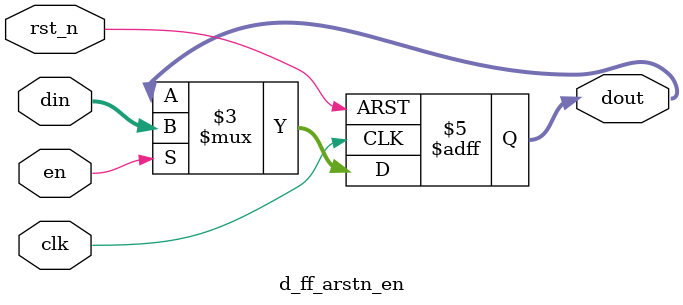
<source format=v>
module d_ff_arstn_en #(
    parameter                       DATA_WIDTH = 32
) (
    output  reg [DATA_WIDTH-1:0]    dout,

    input       [DATA_WIDTH-1:0]    din,
    input                           clk,
    input                           en,
    input                           rst_n
);
    always @(posedge clk or negedge rst_n) begin
        if (!rst_n) begin
            dout <= {DATA_WIDTH{1'b0}};
        end else begin
            if (en) begin
                dout <= din;
            end
        end
    end
endmodule
</source>
